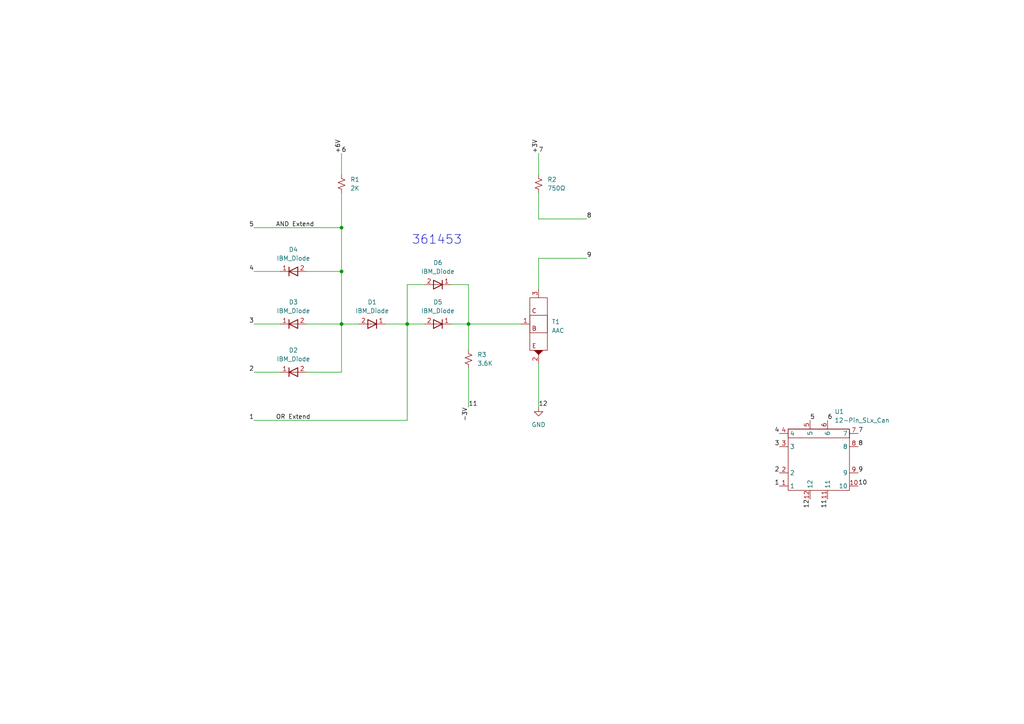
<source format=kicad_sch>
(kicad_sch (version 20211123) (generator eeschema)
  (paper "A4")
  (lib_symbols
    (symbol "Device:R_Small_US" (pin_numbers hide) (pin_names (offset 0.254) hide)
      (property "Reference" "R" (at 0.762 0.508 0))
      (property "Value" "R_Small_US" (at 0.762 -1.016 0))
      (symbol "R_Small_US_1_1"
        (polyline (pts (xy 0 0) (xy 1.016 -0.381) (xy 0 -0.762) (xy -1.016 -1.143) (xy 0 -1.524)))
        (polyline (pts (xy 0 1.524) (xy 1.016 1.143) (xy 0 0.762) (xy -1.016 0.381) (xy 0 0)))
        (pin passive line (at 0 2.54 270) (length 1.016) (name "~") (number "1"))
        (pin passive line (at 0 -2.54 90) (length 1.016) (name "~") (number "2"))
      )
    )
    (symbol "IBM_SLT-SLD:12-Pin_SLx_Can"
      (property "Reference" "U" (at 0 -2.54 0))
      (property "Value" "12-Pin_SLx_Can" (at 0 0 0))
      (symbol "12-Pin_SLx_Can_0_1"
        (rectangle (start -8.89 8.89) (end 8.89 -8.89))
        (rectangle (start -8.89 8.89) (end 8.89 6.35))
      )
      (symbol "12-Pin_SLx_Can_1_1"
        (pin passive line (at -11.43 -7.62 0) (length 2.54) (name "1") (number "1"))
        (pin passive line (at 11.43 -7.62 180) (length 2.54) (name "10") (number "10"))
        (pin passive line (at 2.54 -11.43 90) (length 2.54) (name "11") (number "11"))
        (pin passive line (at -2.54 -11.43 90) (length 2.54) (name "12") (number "12"))
        (pin passive line (at -11.43 -3.81 0) (length 2.54) (name "2") (number "2"))
        (pin passive line (at -11.43 3.81 0) (length 2.54) (name "3") (number "3"))
        (pin passive line (at -11.43 7.62 0) (length 2.54) (name "4") (number "4"))
        (pin passive line (at -2.54 11.43 270) (length 2.54) (name "5") (number "5"))
        (pin passive line (at 2.54 11.43 270) (length 2.54) (name "6") (number "6"))
        (pin passive line (at 11.43 7.62 180) (length 2.54) (name "7") (number "7"))
        (pin passive line (at 11.43 3.81 180) (length 2.54) (name "8") (number "8"))
        (pin passive line (at 11.43 -3.81 180) (length 2.54) (name "9") (number "9"))
      )
    )
    (symbol "IBM_SLT-SLD:IBM_Diode"
      (property "Reference" "D" (at 0 5.08 0))
      (property "Value" "IBM_Diode" (at 0 2.54 0))
      (symbol "IBM_Diode_0_1"
        (polyline (pts (xy -1.27 1.27) (xy -1.27 -1.27)) (stroke (width 0.254)))
        (polyline (pts (xy 1.27 0) (xy -1.27 0)))
        (polyline (pts (xy 1.27 1.27) (xy 1.27 -1.27) (xy -1.27 0) (xy 1.27 1.27)) (stroke (width 0.254)))
      )
      (symbol "IBM_Diode_1_1"
        (pin passive line (at -3.81 0 0) (length 2.54) (name "K") (number "1"))
        (pin passive line (at 3.81 0 180) (length 2.54) (name "A") (number "2"))
      )
    )
    (symbol "IBM_SLT-SLD:IBM_Transistor"
      (property "Reference" "T" (at 0 5.08 0))
      (property "Value" "IBM_Transistor" (at 7.62 8.89 0))
      (symbol "IBM_Transistor_0_0"
        (text "B" (at -1.27 -1.27 0) (effects (font (size 1.27 1.27))))
        (text "C" (at -1.27 3.81 0) (effects (font (size 1.27 1.27))))
        (text "E" (at -1.27 -6.35 0) (effects (font (size 1.27 1.27))))
      )
      (symbol "IBM_Transistor_0_1"
        (rectangle (start -2.54 2.54) (end 2.54 -2.54))
        (rectangle (start -2.54 7.62) (end 2.54 -7.62))
        (polyline (pts (xy -1.27 -7.62) (xy 0 -8.89) (xy 1.27 -7.62)) (fill (type outline)))
      )
      (symbol "IBM_Transistor_1_1"
        (pin passive line (at -5.08 0 0) (length 2.54) (name "B") (number "1"))
        (pin passive line (at 0 -11.43 90) (length 2.54) (name "E") (number "2"))
        (pin passive line (at 0 10.16 270) (length 2.54) (name "C") (number "3"))
      )
    )
    (symbol "power:GND" (power) (pin_names (offset 0))
      (property "Value" "GND" (at 0 -3.81 0))
      (symbol "GND_0_1"
        (polyline (pts (xy 0 0) (xy 0 -1.27) (xy 1.27 -1.27) (xy 0 -2.54) (xy -1.27 -1.27) (xy 0 -1.27)))
      )
      (symbol "GND_1_1"
        (pin power_in line (at 0 0 270) (length 0) hide (name "GND") (number "1"))
      )
    )
  )
  (junction (at 99.06 78.74))
  (junction (at 135.89 93.98))
  (junction (at 99.06 66.04))
  (junction (at 99.06 93.98))
  (junction (at 118.11 93.98))
  (wire (pts (xy 156.21 44.45) (xy 156.21 50.8)))
  (wire (pts (xy 99.06 78.74) (xy 99.06 93.98)))
  (wire (pts (xy 73.66 93.98) (xy 81.28 93.98)))
  (wire (pts (xy 99.06 66.04) (xy 99.06 78.74)))
  (wire (pts (xy 156.21 55.88) (xy 156.21 63.5)))
  (wire (pts (xy 99.06 93.98) (xy 104.14 93.98)))
  (wire (pts (xy 135.89 93.98) (xy 135.89 101.6)))
  (wire (pts (xy 135.89 106.68) (xy 135.89 118.11)))
  (wire (pts (xy 99.06 78.74) (xy 88.9 78.74)))
  (wire (pts (xy 135.89 93.98) (xy 135.89 82.55)))
  (wire (pts (xy 156.21 105.41) (xy 156.21 118.11)))
  (wire (pts (xy 156.21 74.93) (xy 170.18 74.93)))
  (wire (pts (xy 118.11 121.92) (xy 73.66 121.92)))
  (wire (pts (xy 73.66 107.95) (xy 81.28 107.95)))
  (wire (pts (xy 123.19 82.55) (xy 118.11 82.55)))
  (wire (pts (xy 118.11 93.98) (xy 123.19 93.98)))
  (wire (pts (xy 135.89 93.98) (xy 151.13 93.98)))
  (wire (pts (xy 111.76 93.98) (xy 118.11 93.98)))
  (wire (pts (xy 99.06 93.98) (xy 88.9 93.98)))
  (wire (pts (xy 73.66 78.74) (xy 81.28 78.74)))
  (wire (pts (xy 73.66 66.04) (xy 99.06 66.04)))
  (wire (pts (xy 156.21 83.82) (xy 156.21 74.93)))
  (wire (pts (xy 130.81 93.98) (xy 135.89 93.98)))
  (wire (pts (xy 135.89 82.55) (xy 130.81 82.55)))
  (wire (pts (xy 118.11 93.98) (xy 118.11 121.92)))
  (wire (pts (xy 118.11 82.55) (xy 118.11 93.98)))
  (wire (pts (xy 99.06 55.88) (xy 99.06 66.04)))
  (wire (pts (xy 99.06 44.45) (xy 99.06 50.8)))
  (wire (pts (xy 156.21 63.5) (xy 170.18 63.5)))
  (wire (pts (xy 99.06 107.95) (xy 99.06 93.98)))
  (wire (pts (xy 88.9 107.95) (xy 99.06 107.95)))
  (text "361453" (at 119.38 71.12 0) (effects (font (size 2.54 2.54)) (justify left bottom)))
  (label "8" (at 170.18 63.5 0))
  (label "9" (at 248.92 137.16 0))
  (label "7" (at 248.92 125.73 0))
  (label "5" (at 73.66 66.04 180))
  (label "+6V" (at 99.06 44.45 90))
  (label "5" (at 234.95 121.92 0))
  (label "11" (at 240.03 144.78 270))
  (label "OR Extend" (at 80.01 121.92 0))
  (label "7" (at 156.21 44.45 0))
  (label "12" (at 156.21 118.11 0))
  (label "2" (at 73.66 107.95 180))
  (label "6" (at 99.06 44.45 0))
  (label "AND Extend" (at 80.01 66.04 0))
  (label "4" (at 226.06 125.73 180))
  (label "10" (at 248.92 140.97 0))
  (label "11" (at 135.89 118.11 0))
  (label "3" (at 226.06 129.54 180))
  (label "8" (at 248.92 129.54 0))
  (label "1" (at 226.06 140.97 180))
  (label "1" (at 73.66 121.92 180))
  (label "12" (at 234.95 144.78 270))
  (label "4" (at 73.66 78.74 180))
  (label "3" (at 73.66 93.98 180))
  (label "2" (at 226.06 137.16 180))
  (label "+3V" (at 156.21 44.45 90))
  (label "9" (at 170.18 74.93 0))
  (label "6" (at 240.03 121.92 0))
  (label "-3V" (at 135.89 118.11 270))
  (symbol (lib_id "power:GND") (at 156.21 118.11 0) (unit 1)
    (property "Reference" "#PWR0102" (effects hide))
    (property "Value" "GND" (at 156.21 123.19 0))
  )
  (symbol (lib_id "Device:R_Small_US") (at 99.06 53.34 0) (unit 1)
    (property "Reference" "R1" (at 101.6 52.0699 0) (effects (justify left)))
    (property "Value" "2K" (at 101.6 54.6099 0) (effects (justify left)))
    (property "Footprint" "Resistor_SMD:R_0201_0603Metric" (effects hide))
  )
  (symbol (lib_id "IBM_SLT-SLD:IBM_Diode") (at 107.95 93.98 180) (unit 1)
    (property "Reference" "D1" (at 107.95 87.63 0))
    (property "Value" "IBM_Diode" (at 107.95 90.17 0))
    (property "Footprint" "Diode_SMD:D_0201_0603Metric" (effects hide))
  )
  (symbol (lib_id "IBM_SLT-SLD:12-Pin_SLx_Can") (at 237.49 133.35 0) (unit 1)
    (property "Reference" "U1" (at 242.0494 119.38 0) (effects (justify left)))
    (property "Value" "12-Pin_SLx_Can" (at 242.0494 121.92 0) (effects (justify left)))
    (property "Footprint" "IBM_SLT-SLD:12-Pin_SLx_Can" (effects hide))
  )
  (symbol (lib_id "IBM_SLT-SLD:IBM_Diode") (at 85.09 78.74 0) (unit 1)
    (property "Reference" "D4" (at 85.09 72.39 0))
    (property "Value" "IBM_Diode" (at 85.09 74.93 0))
    (property "Footprint" "Diode_SMD:D_0201_0603Metric" (effects hide))
  )
  (symbol (lib_id "IBM_SLT-SLD:IBM_Transistor") (at 156.21 93.98 0) (unit 1)
    (property "Reference" "T1" (at 160.02 93.3449 0) (effects (justify left)))
    (property "Value" "AAC" (at 160.02 95.8849 0) (effects (justify left)))
  )
  (symbol (lib_id "IBM_SLT-SLD:IBM_Diode") (at 127 93.98 180) (unit 1)
    (property "Reference" "D5" (at 127 87.63 0))
    (property "Value" "IBM_Diode" (at 127 90.17 0))
    (property "Footprint" "Diode_SMD:D_0201_0603Metric" (effects hide))
  )
  (symbol (lib_id "Device:R_Small_US") (at 156.21 53.34 0) (unit 1)
    (property "Reference" "R2" (at 158.75 52.0699 0) (effects (justify left)))
    (property "Value" "750Ω" (at 158.75 54.6099 0) (effects (justify left)))
    (property "Footprint" "Resistor_SMD:R_0201_0603Metric" (effects hide))
  )
  (symbol (lib_id "IBM_SLT-SLD:IBM_Diode") (at 85.09 93.98 0) (unit 1)
    (property "Reference" "D3" (at 85.09 87.63 0))
    (property "Value" "IBM_Diode" (at 85.09 90.17 0))
    (property "Footprint" "Diode_SMD:D_0201_0603Metric" (effects hide))
  )
  (symbol (lib_id "IBM_SLT-SLD:IBM_Diode") (at 85.09 107.95 0) (unit 1)
    (property "Reference" "D2" (at 85.09 101.6 0))
    (property "Value" "IBM_Diode" (at 85.09 104.14 0))
    (property "Footprint" "Diode_SMD:D_0201_0603Metric" (effects hide))
  )
  (symbol (lib_id "Device:R_Small_US") (at 135.89 104.14 0) (unit 1)
    (property "Reference" "R3" (at 138.43 102.8699 0) (effects (justify left)))
    (property "Value" "3.6K" (at 138.43 105.4099 0) (effects (justify left)))
    (property "Footprint" "Resistor_SMD:R_0201_0603Metric" (effects hide))
  )
  (symbol (lib_id "IBM_SLT-SLD:IBM_Diode") (at 127 82.55 180) (unit 1)
    (property "Reference" "D6" (at 127 76.2 0))
    (property "Value" "IBM_Diode" (at 127 78.74 0))
    (property "Footprint" "Diode_SMD:D_0201_0603Metric" (effects hide))
  )
)
</source>
